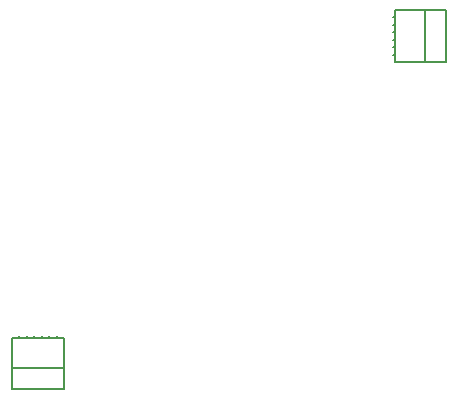
<source format=gbr>
%TF.GenerationSoftware,Altium Limited,Altium Designer,22.7.1 (60)*%
G04 Layer_Color=32768*
%FSLAX45Y45*%
%MOMM*%
%TF.SameCoordinates,7EA997FE-DDDF-495E-A45D-074EEB3093BC*%
%TF.FilePolarity,Positive*%
%TF.FileFunction,Other,Mechanical_7*%
%TF.Part,Single*%
G01*
G75*
%TA.AperFunction,NonConductor*%
%ADD56C,0.15240*%
D56*
X8042680Y3405133D02*
Y3849632D01*
X7864881Y3405133D02*
X8042680Y3405133D01*
X7610881Y3405132D02*
X7864881Y3405133D01*
X7610881Y3849634D02*
X7864880Y3849633D01*
X8042680Y3849632D01*
X7599450Y3786133D02*
X7610880Y3786133D01*
X7599451Y3722633D02*
X7610881Y3722632D01*
X7599450Y3468633D02*
X7610880Y3468633D01*
X7610880Y3786133D02*
X7610881Y3849634D01*
X7610880Y3786133D02*
X7610881Y3722632D01*
X7610881Y3659133D02*
X7610881Y3722632D01*
X7610880Y3595633D02*
X7610881Y3659133D01*
X7610880Y3595633D02*
X7610880Y3532133D01*
X7610880Y3468633D02*
X7610880Y3532133D01*
X7610880Y3468633D02*
X7610881Y3405132D01*
X7599451Y3659132D02*
X7610881Y3659133D01*
X7599450Y3595632D02*
X7610880Y3595633D01*
X7599450Y3532133D02*
X7610880D01*
X7864880Y3849633D02*
X7864881Y3405133D01*
X4370333Y644120D02*
X4814832D01*
X4370333Y821919D02*
X4370333Y644120D01*
X4370332Y1075919D02*
X4370333Y821919D01*
X4814833Y821920D02*
X4814833Y1075920D01*
X4814832Y644120D02*
X4814833Y821920D01*
X4751333Y1075920D02*
X4751333Y1087350D01*
X4687833Y1075919D02*
X4687833Y1087349D01*
X4433833Y1075920D02*
Y1087350D01*
X4751333Y1075920D02*
X4814833Y1075920D01*
X4687833Y1075919D02*
X4751333Y1075920D01*
X4624333Y1075919D02*
X4687833D01*
X4560833Y1075920D02*
X4624333Y1075919D01*
X4497333Y1075920D02*
X4560833Y1075920D01*
X4433833Y1075920D02*
X4497333Y1075920D01*
X4370332Y1075919D02*
X4433833Y1075920D01*
X4624332Y1087349D02*
X4624333Y1075919D01*
X4560832Y1087350D02*
X4560833Y1075920D01*
X4497333Y1075920D02*
Y1087350D01*
X4370333Y821919D02*
X4814833Y821920D01*
%TF.MD5,ebecc689196c3a62d8d83da9c42cc7be*%
M02*

</source>
